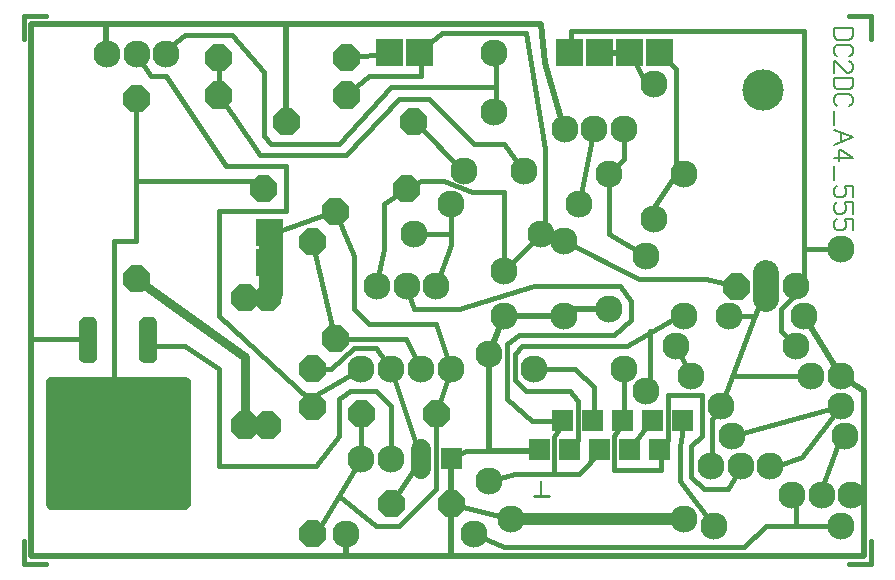
<source format=gbr>
%FSLAX32Y32*%
%MOMM*%
%LNKUPFERSEITE2*%
G71*
G01*
%ADD10C, 2.30*%
%ADD11C, 0.50*%
%ADD12C, 3.50*%
%ADD13C, 2.20*%
%ADD14C, 1.70*%
%ADD15C, 0.40*%
%ADD16C, 0.00*%
%ADD17C, 2.00*%
%ADD18C, 0.80*%
%ADD19C, 0.20*%
%ADD20C, 1.00*%
%ADD21C, 0.23*%
%LPD*%
G36*
X5062Y4565D02*
X5292Y4565D01*
X5292Y4795D01*
X5062Y4795D01*
X5062Y4565D01*
G37*
G36*
X5316Y4565D02*
X5546Y4565D01*
X5546Y4795D01*
X5316Y4795D01*
X5316Y4565D01*
G37*
G36*
X5570Y4565D02*
X5800Y4565D01*
X5800Y4795D01*
X5570Y4795D01*
X5570Y4565D01*
G37*
G36*
X5824Y4565D02*
X6054Y4565D01*
X6054Y4795D01*
X5824Y4795D01*
X5824Y4565D01*
G37*
G36*
X3538Y4565D02*
X3768Y4565D01*
X3768Y4795D01*
X3538Y4795D01*
X3538Y4565D01*
G37*
G36*
X3792Y4565D02*
X4022Y4565D01*
X4022Y4795D01*
X3792Y4795D01*
X3792Y4565D01*
G37*
G36*
X4834Y1224D02*
X5014Y1224D01*
X5014Y1404D01*
X4834Y1404D01*
X4834Y1224D01*
G37*
G36*
X5088Y1224D02*
X5268Y1224D01*
X5268Y1404D01*
X5088Y1404D01*
X5088Y1224D01*
G37*
G36*
X5342Y1224D02*
X5522Y1224D01*
X5522Y1404D01*
X5342Y1404D01*
X5342Y1224D01*
G37*
G36*
X5596Y1224D02*
X5776Y1224D01*
X5776Y1404D01*
X5596Y1404D01*
X5596Y1224D01*
G37*
G36*
X5850Y1224D02*
X6030Y1224D01*
X6030Y1404D01*
X5850Y1404D01*
X5850Y1224D01*
G37*
G36*
X5028Y1474D02*
X5208Y1474D01*
X5208Y1654D01*
X5028Y1654D01*
X5028Y1474D01*
G37*
G36*
X5282Y1474D02*
X5462Y1474D01*
X5462Y1654D01*
X5282Y1654D01*
X5282Y1474D01*
G37*
G36*
X5536Y1474D02*
X5716Y1474D01*
X5716Y1654D01*
X5536Y1654D01*
X5536Y1474D01*
G37*
G36*
X5790Y1474D02*
X5970Y1474D01*
X5970Y1654D01*
X5790Y1654D01*
X5790Y1474D01*
G37*
G36*
X6044Y1474D02*
X6224Y1474D01*
X6224Y1654D01*
X6044Y1654D01*
X6044Y1474D01*
G37*
X4536Y4677D02*
G54D10*
D03*
X4536Y4177D02*
G54D10*
D03*
X4286Y3677D02*
G54D10*
D03*
X4786Y3677D02*
G54D10*
D03*
G54D11*
X5686Y4677D02*
X5436Y4677D01*
X6812Y4357D02*
G54D12*
D03*
X7095Y2698D02*
G54D10*
D03*
G54D13*
X6841Y2808D02*
X6841Y2588D01*
G36*
X6702Y2746D02*
X6635Y2813D01*
X6539Y2813D01*
X6472Y2746D01*
X6472Y2650D01*
X6539Y2583D01*
X6635Y2583D01*
X6702Y2650D01*
X6702Y2746D01*
G37*
G36*
X2522Y2787D02*
X2752Y2787D01*
X2752Y3017D01*
X2522Y3017D01*
X2522Y2787D01*
G37*
G36*
X2522Y3041D02*
X2752Y3041D01*
X2752Y3271D01*
X2522Y3271D01*
X2522Y3041D01*
G37*
X4174Y2000D02*
G54D10*
D03*
X3920Y2000D02*
G54D10*
D03*
X3666Y2000D02*
G54D10*
D03*
X3412Y2000D02*
G54D10*
D03*
X3412Y1238D02*
G54D10*
D03*
X3666Y1238D02*
G54D10*
D03*
G54D14*
X3920Y1322D02*
X3920Y1152D01*
G36*
X4264Y1327D02*
X4084Y1327D01*
X4084Y1147D01*
X4264Y1147D01*
X4264Y1327D01*
G37*
X3856Y3142D02*
G54D10*
D03*
X4174Y3396D02*
G54D10*
D03*
X4936Y3142D02*
G54D10*
D03*
X5254Y3396D02*
G54D10*
D03*
X3285Y602D02*
G54D10*
D03*
X4364Y602D02*
G54D10*
D03*
X7476Y3016D02*
G54D10*
D03*
X7476Y1936D02*
G54D10*
D03*
X4492Y2126D02*
G54D10*
D03*
X4492Y1047D02*
G54D10*
D03*
X4618Y2825D02*
G54D10*
D03*
X4618Y2444D02*
G54D10*
D03*
X5634Y2000D02*
G54D10*
D03*
X4872Y2000D02*
G54D10*
D03*
X5126Y2444D02*
G54D10*
D03*
X5126Y3079D02*
G54D10*
D03*
X5508Y3650D02*
G54D10*
D03*
X5508Y2508D02*
G54D10*
D03*
X5888Y4412D02*
G54D10*
D03*
X5888Y3270D02*
G54D10*
D03*
X5825Y2952D02*
G54D10*
D03*
X5825Y1809D02*
G54D10*
D03*
X6142Y3650D02*
G54D10*
D03*
X6142Y2444D02*
G54D10*
D03*
X7158Y2444D02*
G54D10*
D03*
X6524Y2444D02*
G54D10*
D03*
X7095Y2190D02*
G54D10*
D03*
X6079Y2190D02*
G54D10*
D03*
X7222Y1936D02*
G54D10*
D03*
X6206Y1936D02*
G54D10*
D03*
X7476Y1682D02*
G54D10*
D03*
X7508Y1428D02*
G54D10*
D03*
X6460Y1682D02*
G54D10*
D03*
X6555Y1428D02*
G54D10*
D03*
X7476Y666D02*
G54D10*
D03*
X6396Y666D02*
G54D10*
D03*
G54D15*
X7476Y1428D02*
X7286Y920D01*
G54D15*
X6142Y1555D02*
X6111Y1333D01*
X6111Y1047D01*
X6396Y666D01*
G54D15*
X5380Y4032D02*
X5254Y3396D01*
G54D15*
X5634Y4032D02*
X5634Y3778D01*
X5508Y3650D01*
X5508Y3142D01*
X5825Y2952D01*
G54D15*
X5825Y3270D02*
X6079Y3650D01*
X6079Y4540D01*
X5952Y4666D01*
G54D15*
X5698Y4666D02*
X5825Y4412D01*
G54D15*
X5190Y4666D02*
X5190Y4857D01*
X7158Y4857D01*
X7158Y2698D01*
G54D15*
X7476Y3016D02*
X7158Y3016D01*
G54D15*
X7095Y2698D02*
X7095Y2634D01*
X6968Y2508D01*
X6968Y2317D01*
X7095Y2190D01*
G54D15*
X6841Y2698D02*
X6746Y2444D01*
X6524Y2444D01*
G54D15*
X7222Y1936D02*
X6555Y1936D01*
G54D15*
X6381Y1158D02*
X6381Y1285D01*
X6381Y1571D01*
X6460Y1682D01*
X6841Y2698D01*
G54D15*
X6079Y2190D02*
X6206Y1936D01*
G54D15*
X7476Y1682D02*
X7143Y1253D01*
X6841Y1142D01*
G54D11*
X7476Y1936D02*
X7158Y2444D01*
G54D11*
X7476Y1936D02*
X7666Y1809D01*
X7666Y412D01*
X4174Y412D01*
X4174Y856D01*
G54D11*
X4174Y412D02*
X618Y412D01*
X618Y4920D01*
X4936Y4920D01*
X4968Y4587D01*
X5126Y4032D01*
G54D11*
X7666Y920D02*
X7476Y920D01*
G54D15*
X7095Y920D02*
X7095Y666D01*
X7476Y666D01*
G54D15*
X7158Y666D02*
X6841Y666D01*
X6650Y491D01*
X4618Y491D01*
X4364Y602D01*
G54D15*
X5126Y3079D02*
X4936Y3079D01*
X4872Y3142D01*
G54D15*
X4174Y3396D02*
X4174Y3047D01*
X4047Y2698D01*
G54D15*
X4174Y3142D02*
X3856Y3142D01*
G54D15*
X4936Y3142D02*
X4618Y2825D01*
G54D15*
X4968Y3142D02*
X4968Y3857D01*
X4809Y4841D01*
X4095Y4841D01*
X3920Y4698D01*
G54D11*
X5508Y2508D02*
X5190Y2508D01*
X5126Y2444D01*
X4618Y2444D01*
X4492Y2126D01*
X4492Y1301D01*
X4936Y1301D01*
G54D15*
X4492Y1301D02*
X4301Y1301D01*
X4174Y1238D01*
G54D15*
X5126Y3079D02*
X5762Y2762D01*
X6333Y2762D01*
X6587Y2698D01*
G54D15*
X5444Y1301D02*
X5254Y1110D01*
X4714Y1110D01*
X4492Y1047D01*
G54D15*
X5126Y1555D02*
X5047Y1420D01*
X5047Y1118D01*
G54D15*
X5126Y1555D02*
X4857Y1555D01*
X4650Y1746D01*
X4650Y2206D01*
X4746Y2285D01*
X5555Y2285D01*
X5698Y2412D01*
X5698Y2571D01*
X5603Y2698D01*
X4872Y2698D01*
X4238Y2508D01*
X3856Y2508D01*
X3793Y2698D01*
G54D15*
X5190Y1333D02*
X5246Y1396D01*
X5246Y1730D01*
X5182Y1809D01*
X4809Y1809D01*
X4714Y1904D01*
X4714Y2126D01*
X4777Y2190D01*
X5666Y2190D01*
X6206Y2508D01*
G54D15*
X5857Y2317D02*
X5857Y1904D01*
X5825Y1809D01*
G54D15*
X5380Y1555D02*
X5380Y1841D01*
X5222Y2000D01*
X4872Y2000D01*
G54D15*
X5634Y2000D02*
X5634Y1968D01*
X5634Y1555D01*
X5555Y1428D01*
X5555Y1142D01*
X5952Y1142D01*
X5952Y1301D01*
X6008Y1396D01*
X6008Y1777D01*
X6301Y1777D01*
X6301Y1428D01*
X6206Y1349D01*
X6206Y1079D01*
X6317Y984D01*
X6516Y984D01*
X6650Y1206D01*
G54D15*
X5888Y1587D02*
X5698Y1333D01*
G54D11*
X3285Y602D02*
X3285Y412D01*
G36*
X1623Y4333D02*
X1556Y4400D01*
X1460Y4400D01*
X1393Y4333D01*
X1393Y4237D01*
X1460Y4170D01*
X1556Y4170D01*
X1623Y4237D01*
X1623Y4333D01*
G37*
G36*
X1623Y2809D02*
X1556Y2876D01*
X1460Y2876D01*
X1393Y2809D01*
X1393Y2713D01*
X1460Y2646D01*
X1556Y2646D01*
X1623Y2713D01*
X1623Y2809D01*
G37*
G54D15*
X4555Y4666D02*
X4555Y4158D01*
G36*
X3400Y4683D02*
X3333Y4750D01*
X3237Y4750D01*
X3170Y4683D01*
X3170Y4587D01*
X3237Y4520D01*
X3333Y4520D01*
X3400Y4587D01*
X3400Y4683D01*
G37*
G36*
X2320Y4683D02*
X2254Y4750D01*
X2158Y4750D01*
X2090Y4683D01*
X2090Y4587D01*
X2158Y4520D01*
X2254Y4520D01*
X2320Y4587D01*
X2320Y4683D01*
G37*
G36*
X3400Y4365D02*
X3333Y4432D01*
X3237Y4432D01*
X3170Y4365D01*
X3170Y4269D01*
X3237Y4202D01*
X3333Y4202D01*
X3400Y4269D01*
X3400Y4365D01*
G37*
G36*
X2320Y4365D02*
X2254Y4432D01*
X2158Y4432D01*
X2090Y4365D01*
X2090Y4269D01*
X2158Y4202D01*
X2254Y4202D01*
X2320Y4269D01*
X2320Y4365D01*
G37*
G54D15*
X2206Y4666D02*
X2206Y4317D01*
G54D15*
X3666Y4666D02*
X3285Y4635D01*
G54D15*
X3285Y4317D02*
X3476Y4476D01*
X3920Y4476D01*
X3920Y4666D01*
G54D11*
X4174Y1238D02*
X4174Y856D01*
G54D15*
X3920Y1238D02*
X3666Y2000D01*
G36*
X4289Y904D02*
X4222Y972D01*
X4126Y972D01*
X4059Y904D01*
X4059Y808D01*
X4126Y742D01*
X4222Y742D01*
X4289Y808D01*
X4289Y904D01*
G37*
G36*
X3781Y904D02*
X3714Y972D01*
X3618Y972D01*
X3551Y904D01*
X3551Y808D01*
X3618Y742D01*
X3714Y742D01*
X3781Y808D01*
X3781Y904D01*
G37*
G36*
X1677Y2085D02*
X1645Y2053D01*
X1566Y2053D01*
X1534Y2085D01*
X1534Y2402D01*
X1566Y2434D01*
X1645Y2434D01*
X1677Y2402D01*
X1677Y2085D01*
G37*
G54D16*
X1677Y2085D02*
X1645Y2053D01*
X1566Y2053D01*
X1534Y2085D01*
X1534Y2402D01*
X1566Y2434D01*
X1645Y2434D01*
X1677Y2402D01*
X1677Y2085D01*
G36*
X1169Y2085D02*
X1137Y2053D01*
X1058Y2053D01*
X1026Y2085D01*
X1026Y2402D01*
X1058Y2434D01*
X1137Y2434D01*
X1169Y2402D01*
X1169Y2085D01*
G37*
G54D16*
X1169Y2085D02*
X1137Y2053D01*
X1058Y2053D01*
X1026Y2085D01*
X1026Y2402D01*
X1058Y2434D01*
X1137Y2434D01*
X1169Y2402D01*
X1169Y2085D01*
G36*
X1655Y2381D02*
X1555Y2381D01*
X1555Y2281D01*
X1655Y2281D01*
X1655Y2381D01*
G37*
G36*
X1147Y2381D02*
X1047Y2381D01*
X1047Y2281D01*
X1147Y2281D01*
X1147Y2381D01*
G37*
G36*
X1963Y847D02*
X1931Y815D01*
X772Y815D01*
X740Y847D01*
X740Y1902D01*
X772Y1934D01*
X1931Y1934D01*
X1963Y1902D01*
X1963Y847D01*
G37*
G54D16*
X1963Y847D02*
X1931Y815D01*
X772Y815D01*
X740Y847D01*
X740Y1902D01*
X772Y1934D01*
X1931Y1934D01*
X1963Y1902D01*
X1963Y847D01*
G36*
X1451Y1074D02*
X1251Y1074D01*
X1251Y874D01*
X1451Y874D01*
X1451Y1074D01*
G37*
G36*
X1915Y886D02*
X1883Y855D01*
X804Y855D01*
X772Y886D01*
X772Y1712D01*
X804Y1743D01*
X1883Y1743D01*
X1915Y1712D01*
X1915Y886D01*
G37*
G54D16*
X1915Y886D02*
X1883Y855D01*
X804Y855D01*
X772Y886D01*
X772Y1712D01*
X804Y1743D01*
X1883Y1743D01*
X1915Y1712D01*
X1915Y886D01*
G36*
X2380Y2718D02*
X2313Y2651D01*
X2313Y2555D01*
X2380Y2488D01*
X2476Y2488D01*
X2543Y2555D01*
X2543Y2651D01*
X2476Y2718D01*
X2380Y2718D01*
G37*
G36*
X2380Y1638D02*
X2313Y1571D01*
X2313Y1475D01*
X2380Y1408D01*
X2476Y1408D01*
X2543Y1475D01*
X2543Y1571D01*
X2476Y1638D01*
X2380Y1638D01*
G37*
G36*
X2570Y2718D02*
X2503Y2651D01*
X2503Y2555D01*
X2570Y2488D01*
X2666Y2488D01*
X2733Y2555D01*
X2733Y2651D01*
X2666Y2718D01*
X2570Y2718D01*
G37*
G36*
X2570Y1638D02*
X2503Y1571D01*
X2503Y1475D01*
X2570Y1408D01*
X2666Y1408D01*
X2733Y1475D01*
X2733Y1571D01*
X2666Y1638D01*
X2570Y1638D01*
G37*
G36*
X3972Y4143D02*
X3904Y4210D01*
X3808Y4210D01*
X3742Y4143D01*
X3742Y4047D01*
X3808Y3980D01*
X3904Y3980D01*
X3972Y4047D01*
X3972Y4143D01*
G37*
G36*
X2892Y4143D02*
X2825Y4210D01*
X2729Y4210D01*
X2662Y4143D01*
X2662Y4047D01*
X2729Y3980D01*
X2825Y3980D01*
X2892Y4047D01*
X2892Y4143D01*
G37*
G54D15*
X3920Y1238D02*
X3666Y856D01*
G54D17*
X2650Y3142D02*
X2650Y2634D01*
X1761Y4666D02*
G54D10*
D03*
X1511Y4666D02*
G54D10*
D03*
X1261Y4666D02*
G54D10*
D03*
G54D15*
X4301Y3650D02*
X3856Y4095D01*
G54D11*
X2777Y4095D02*
X2777Y4920D01*
G54D15*
X2206Y4317D02*
X2555Y3809D01*
X3285Y3809D01*
X3730Y4286D01*
X3984Y4286D01*
X4364Y3904D01*
X4618Y3904D01*
X4809Y3650D01*
G54D15*
X4555Y4381D02*
X3666Y4381D01*
X3222Y3904D01*
X2650Y3904D01*
X2586Y3968D01*
X2586Y4508D01*
X2317Y4825D01*
X1920Y4825D01*
X1761Y4698D01*
G54D18*
X2428Y1523D02*
X2428Y2095D01*
X1507Y2762D01*
G54D11*
X1253Y4666D02*
X1253Y4920D01*
G54D15*
X1507Y4286D02*
X1507Y3079D01*
X1316Y3079D01*
X1316Y1809D01*
G36*
X3908Y3572D02*
X3841Y3638D01*
X3745Y3638D01*
X3678Y3572D01*
X3678Y3476D01*
X3745Y3408D01*
X3841Y3408D01*
X3908Y3476D01*
X3908Y3572D01*
G37*
G36*
X2702Y3572D02*
X2634Y3638D01*
X2538Y3638D01*
X2472Y3572D01*
X2472Y3476D01*
X2538Y3408D01*
X2634Y3408D01*
X2702Y3476D01*
X2702Y3572D01*
G37*
G54D15*
X3539Y2698D02*
X3602Y3016D01*
X3602Y3396D01*
X3793Y3524D01*
G54D15*
X2586Y3587D02*
X1507Y3587D01*
G54D15*
X4174Y2000D02*
X4047Y2380D01*
X3476Y2380D01*
X3348Y2508D01*
X3348Y2952D01*
X3190Y3333D01*
X2650Y3142D01*
G36*
X4162Y1667D02*
X4095Y1734D01*
X3999Y1734D01*
X3932Y1667D01*
X3932Y1571D01*
X3999Y1504D01*
X4095Y1504D01*
X4162Y1571D01*
X4162Y1667D01*
G37*
G36*
X3527Y1667D02*
X3460Y1734D01*
X3364Y1734D01*
X3297Y1667D01*
X3297Y1571D01*
X3364Y1504D01*
X3460Y1504D01*
X3527Y1571D01*
X3527Y1667D01*
G37*
G54D15*
X4174Y2000D02*
X4047Y1618D01*
G54D15*
X3412Y1618D02*
X3412Y1238D01*
G54D15*
X1507Y4666D02*
X1634Y4476D01*
X1761Y4476D01*
X2269Y3714D01*
X2777Y3714D01*
X2777Y3333D01*
X2206Y3333D01*
X2206Y2444D01*
X2968Y1746D01*
X3412Y2000D01*
G54D15*
X1126Y2254D02*
X618Y2254D01*
G36*
X2952Y3194D02*
X2885Y3127D01*
X2885Y3031D01*
X2952Y2964D01*
X3048Y2964D01*
X3115Y3031D01*
X3115Y3127D01*
X3048Y3194D01*
X2952Y3194D01*
G37*
G36*
X2952Y2114D02*
X2885Y2047D01*
X2885Y1951D01*
X2952Y1884D01*
X3048Y1884D01*
X3115Y1951D01*
X3115Y2047D01*
X3048Y2114D01*
X2952Y2114D01*
G37*
G36*
X3049Y487D02*
X3116Y554D01*
X3116Y650D01*
X3049Y717D01*
X2953Y717D01*
X2886Y650D01*
X2886Y554D01*
X2953Y487D01*
X3049Y487D01*
G37*
G36*
X3049Y1566D02*
X3116Y1633D01*
X3116Y1729D01*
X3049Y1796D01*
X2953Y1796D01*
X2886Y1729D01*
X2886Y1633D01*
X2953Y1566D01*
X3049Y1566D01*
G37*
G54D15*
X3920Y2000D02*
X3793Y2254D01*
X3412Y2254D01*
X3190Y2254D01*
X2999Y3079D01*
G36*
X3143Y3448D02*
X3076Y3381D01*
X3076Y3285D01*
X3143Y3218D01*
X3239Y3218D01*
X3306Y3285D01*
X3306Y3381D01*
X3239Y3448D01*
X3143Y3448D01*
G37*
G36*
X3143Y2368D02*
X3076Y2301D01*
X3076Y2205D01*
X3143Y2138D01*
X3239Y2138D01*
X3306Y2205D01*
X3306Y2301D01*
X3239Y2368D01*
X3143Y2368D01*
G37*
G54D15*
X3666Y1238D02*
X3666Y1682D01*
X3539Y1809D01*
X3317Y1809D01*
X3222Y1746D01*
X3222Y1428D01*
X3031Y1174D01*
X2206Y1174D01*
X2206Y2000D01*
X1920Y2190D01*
X1634Y2190D01*
G54D15*
X3412Y1238D02*
X3031Y602D01*
X6142Y730D02*
G54D10*
D03*
X4682Y730D02*
G54D10*
D03*
G54D15*
X7730Y539D02*
X7730Y348D01*
X7540Y348D01*
G54D15*
X745Y348D02*
X554Y348D01*
X554Y539D01*
G54D15*
X745Y4984D02*
X554Y4984D01*
X554Y4794D01*
G54D15*
X7730Y4794D02*
X7730Y4984D01*
X7540Y4984D01*
G54D15*
X4047Y1618D02*
X4047Y984D01*
X3730Y666D01*
X3539Y666D01*
X3222Y920D01*
G54D19*
X7414Y4882D02*
X7574Y4882D01*
X7574Y4822D01*
X7564Y4798D01*
X7544Y4786D01*
X7444Y4786D01*
X7424Y4798D01*
X7414Y4822D01*
X7414Y4882D01*
G54D19*
X7444Y4646D02*
X7424Y4658D01*
X7414Y4682D01*
X7414Y4706D01*
X7424Y4730D01*
X7444Y4742D01*
X7544Y4742D01*
X7564Y4730D01*
X7574Y4706D01*
X7574Y4682D01*
X7564Y4658D01*
X7544Y4646D01*
G54D19*
X7414Y4506D02*
X7414Y4602D01*
X7424Y4602D01*
X7444Y4590D01*
X7504Y4518D01*
X7524Y4506D01*
X7544Y4506D01*
X7564Y4518D01*
X7574Y4542D01*
X7574Y4566D01*
X7564Y4590D01*
X7544Y4602D01*
G54D19*
X7414Y4462D02*
X7574Y4462D01*
X7574Y4402D01*
X7564Y4378D01*
X7544Y4366D01*
X7444Y4366D01*
X7424Y4378D01*
X7414Y4402D01*
X7414Y4462D01*
G54D19*
X7444Y4226D02*
X7424Y4238D01*
X7414Y4262D01*
X7414Y4286D01*
X7424Y4310D01*
X7444Y4322D01*
X7544Y4322D01*
X7564Y4310D01*
X7574Y4286D01*
X7574Y4262D01*
X7564Y4238D01*
X7544Y4226D01*
G54D19*
X7414Y4182D02*
X7414Y4062D01*
G54D19*
X7414Y4018D02*
X7574Y3958D01*
X7414Y3898D01*
G54D19*
X7474Y3994D02*
X7474Y3922D01*
G54D19*
X7414Y3782D02*
X7574Y3782D01*
X7474Y3854D01*
X7454Y3854D01*
X7454Y3758D01*
G54D19*
X7414Y3714D02*
X7414Y3594D01*
G54D19*
X7574Y3454D02*
X7574Y3550D01*
X7504Y3550D01*
X7504Y3538D01*
X7514Y3514D01*
X7514Y3490D01*
X7504Y3466D01*
X7484Y3454D01*
X7444Y3454D01*
X7424Y3466D01*
X7414Y3490D01*
X7414Y3514D01*
X7424Y3538D01*
X7444Y3550D01*
G54D19*
X7574Y3314D02*
X7574Y3410D01*
X7504Y3410D01*
X7504Y3398D01*
X7514Y3374D01*
X7514Y3350D01*
X7504Y3326D01*
X7484Y3314D01*
X7444Y3314D01*
X7424Y3326D01*
X7414Y3350D01*
X7414Y3374D01*
X7424Y3398D01*
X7444Y3410D01*
G54D19*
X7574Y3174D02*
X7574Y3270D01*
X7504Y3270D01*
X7504Y3258D01*
X7514Y3234D01*
X7514Y3210D01*
X7504Y3186D01*
X7484Y3174D01*
X7444Y3174D01*
X7424Y3186D01*
X7414Y3210D01*
X7414Y3234D01*
X7424Y3258D01*
X7444Y3270D01*
X4047Y2698D02*
G54D10*
D03*
X3797Y2698D02*
G54D10*
D03*
X3547Y2698D02*
G54D10*
D03*
G54D15*
X3793Y3524D02*
X3920Y3587D01*
X4110Y3587D01*
X4349Y3492D01*
X4618Y3492D01*
X4618Y2825D01*
X5634Y4032D02*
G54D10*
D03*
X5384Y4032D02*
G54D10*
D03*
X5134Y4032D02*
G54D10*
D03*
X7060Y930D02*
G54D10*
D03*
X7310Y930D02*
G54D10*
D03*
X7560Y930D02*
G54D10*
D03*
X6874Y1174D02*
G54D10*
D03*
X6624Y1174D02*
G54D10*
D03*
X6374Y1174D02*
G54D10*
D03*
G54D20*
X6142Y730D02*
X4682Y730D01*
G54D15*
X4682Y730D02*
X4174Y856D01*
G54D19*
X4936Y1047D02*
X4936Y920D01*
G54D21*
X5000Y920D02*
X4872Y920D01*
G54D15*
X7476Y1682D02*
X6555Y1428D01*
G54D15*
X3666Y2000D02*
X3539Y2174D01*
X3348Y2174D01*
X3158Y2000D01*
X2999Y2000D01*
M02*

</source>
